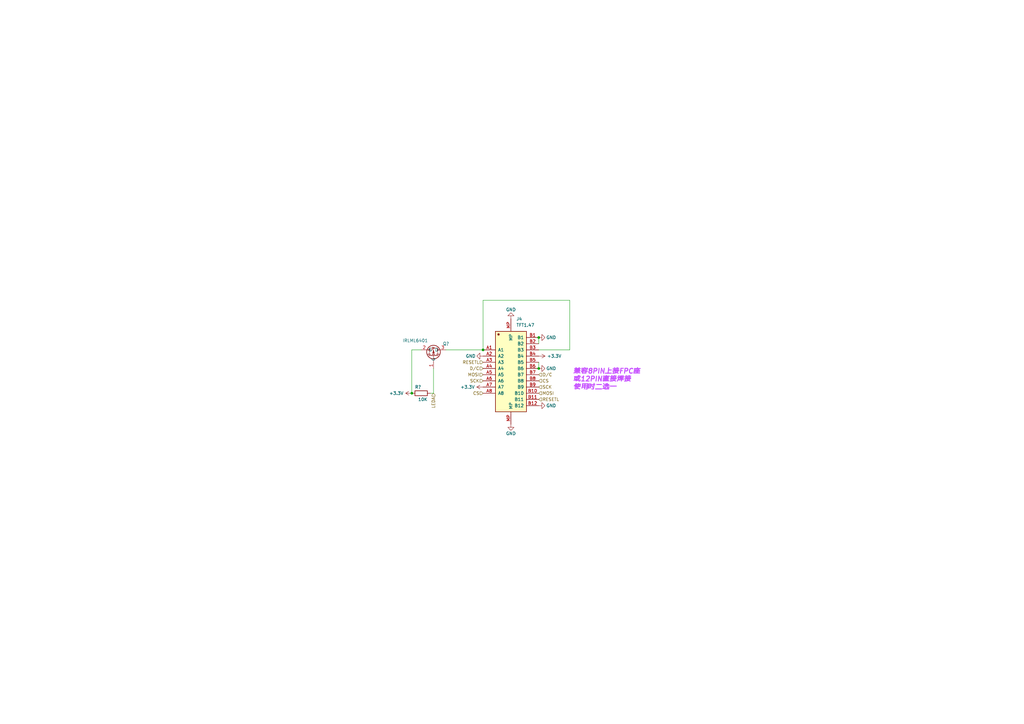
<source format=kicad_sch>
(kicad_sch (version 20230121) (generator eeschema)
  (paper "A3")
  (title_block (title "HPM6E00FULLPORTRevB") (date "2024-09-12") (rev "RevA") (comment 1 "TFTLCD"))
  (lib_symbols
    (symbol "00_HPM_power:GND" (power) (pin_names (offset 0))
      (property "Value" "GND" (at 0 -3.81 0))
      (symbol "GND_0_1"
        (polyline (pts (xy 0 0) (xy 0 -1.27) (xy 1.27 -1.27) (xy 0 -2.54) (xy -1.27 -1.27) (xy 0 -1.27)))
      )
      (symbol "GND_1_1"
        (pin power_in line (at 0 0 270) (length 0) hide (name "GND") (number "1"))
      )
    )
    (symbol "02_HPM_Resistor:10K_0402" (pin_numbers hide) (pin_names (offset 0))
      (property "Reference" "R" (at 0 3.81 0))
      (property "Value" "10K" (at 0 6.35 0))
      (symbol "10K_0402_0_1"
        (rectangle (start 2.54 -1.016) (end -2.54 1.016) (stroke (width 0.254)))
      )
      (symbol "10K_0402_1_1"
        (pin passive line (at -3.81 0 0) (length 1.27) (name "~") (number "1"))
        (pin passive line (at 3.81 0 180) (length 1.27) (name "~") (number "2"))
      )
    )
    (symbol "12_HPM_ Triode:IRLML6401"
      (property "Reference" "Q" (at -2.54 6.35 0))
      (property "Value" "IRLML6401" (at 0 11.43 0))
      (symbol "IRLML6401_0_1"
        (polyline (pts (xy 0.254 0) (xy -2.54 0)))
        (polyline (pts (xy 0.254 1.905) (xy 0.254 -1.905)) (stroke (width 0.254)))
        (polyline (pts (xy 0.762 -1.27) (xy 0.762 -2.286)) (stroke (width 0.254)))
        (polyline (pts (xy 0.762 0.508) (xy 0.762 -0.508)) (stroke (width 0.254)))
        (polyline (pts (xy 0.762 2.286) (xy 0.762 1.27)) (stroke (width 0.254)))
        (polyline (pts (xy 2.54 2.54) (xy 2.54 1.778)))
        (polyline (pts (xy 2.54 -2.54) (xy 2.54 0) (xy 0.762 0)))
        (polyline (pts (xy 0.762 1.778) (xy 3.302 1.778) (xy 3.302 -1.778) (xy 0.762 -1.778)))
        (polyline (pts (xy 2.286 0) (xy 1.27 0.381) (xy 1.27 -0.381) (xy 2.286 0)) (fill (type outline)))
        (polyline (pts (xy 2.794 -0.508) (xy 2.921 -0.381) (xy 3.683 -0.381) (xy 3.81 -0.254)))
        (polyline (pts (xy 3.302 -0.381) (xy 2.921 0.254) (xy 3.683 0.254) (xy 3.302 -0.381)))
        (circle (center 1.651 0) (radius 2.794) (stroke (width 0.254)))
        (circle (center 2.54 -1.778) (radius 0.254) (fill (type outline)))
        (circle (center 2.54 1.778) (radius 0.254) (fill (type outline)))
      )
      (symbol "IRLML6401_1_1"
        (pin input line (at -5.08 0 0) (length 2.54) (name "G") (number "1"))
        (pin passive line (at 2.54 -5.08 90) (length 2.54) (name "S") (number "2"))
        (pin passive line (at 2.54 5.08 270) (length 2.54) (name "D") (number "3"))
      )
    )
    (symbol "99_HPM:TFT1.47" (pin_names (offset 1.016))
      (property "Reference" "J1" (at 6.35 19.05 0))
      (property "Value" "TFT1.47" (at 7.62 24.13 0))
      (symbol "TFT1.47_1_0"
        (rectangle (start -6.35 16.51) (end 6.35 -16.51) (stroke (width 0.254)) (fill (type background)))
      )
      (symbol "TFT1.47_1_1"
        (circle (center -5.08 15.24) (radius 0.381) (stroke (width 0.1524)) (fill (type outline)))
        (pin input line (at -11.43 8.89 0) (length 5.08) (name "A1") (number "A1"))
        (pin input line (at -11.43 6.35 0) (length 5.08) (name "A2") (number "A2"))
        (pin input line (at -11.43 3.81 0) (length 5.08) (name "A3") (number "A3"))
        (pin input line (at -11.43 1.27 0) (length 5.08) (name "A4") (number "A4"))
        (pin input line (at -11.43 -1.27 0) (length 5.08) (name "A5") (number "A5"))
        (pin input line (at -11.43 -3.81 0) (length 5.08) (name "A6") (number "A6"))
        (pin input line (at -11.43 -6.35 0) (length 5.08) (name "A7") (number "A7"))
        (pin input line (at -11.43 -8.89 0) (length 5.08) (name "A8") (number "A8"))
        (pin input line (at 11.43 13.97 180) (length 5.08) (name "B1") (number "B1"))
        (pin input line (at 11.43 -8.89 180) (length 5.08) (name "B10") (number "B10"))
        (pin input line (at 11.43 -11.43 180) (length 5.08) (name "B11") (number "B11"))
        (pin input line (at 11.43 -13.97 180) (length 5.08) (name "B12") (number "B12"))
        (pin input line (at 11.43 11.43 180) (length 5.08) (name "B2") (number "B2"))
        (pin input line (at 11.43 8.89 180) (length 5.08) (name "B3") (number "B3"))
        (pin input line (at 11.43 6.35 180) (length 5.08) (name "B4") (number "B4"))
        (pin input line (at 11.43 3.81 180) (length 5.08) (name "B5") (number "B5"))
        (pin input line (at 11.43 1.27 180) (length 5.08) (name "B6") (number "B6"))
        (pin input line (at 11.43 -1.27 180) (length 5.08) (name "B7") (number "B7"))
        (pin input line (at 11.43 -3.81 180) (length 5.08) (name "B8") (number "B8"))
        (pin input line (at 11.43 -6.35 180) (length 5.08) (name "B9") (number "B9"))
        (pin input line (at 0 -21.59 90) (length 5.08) (name "MP") (number "MP"))
        (pin input line (at 0 21.59 270) (length 5.08) (name "MP") (number "MP"))
      )
    )
    (symbol "power:+3.3V" (power) (pin_names (offset 0))
      (property "Value" "+3.3V" (at 0 3.556 0))
      (symbol "+3.3V_0_1"
        (polyline (pts (xy -0.762 1.27) (xy 0 2.54)))
        (polyline (pts (xy 0 0) (xy 0 2.54)))
        (polyline (pts (xy 0 2.54) (xy 0.762 1.27)))
      )
      (symbol "+3.3V_1_1"
        (pin power_in line (at 0 0 90) (length 0) hide (name "+3.3V") (number "1"))
      )
    )
  )
  (junction (at 198.12 143.51))
  (junction (at 220.98 151.13))
  (junction (at 168.91 161.29))
  (junction (at 220.98 138.43))
  (wire (pts (xy 168.91 161.29) (xy 168.91 143.51)))
  (wire (pts (xy 177.8 161.29) (xy 177.8 151.13)))
  (wire (pts (xy 220.98 138.43) (xy 220.98 140.97)))
  (wire (pts (xy 220.98 143.51) (xy 233.68 143.51)))
  (wire (pts (xy 233.68 123.19) (xy 198.12 123.19)))
  (wire (pts (xy 233.68 143.51) (xy 233.68 123.19)))
  (wire (pts (xy 198.12 143.51) (xy 182.88 143.51)))
  (wire (pts (xy 220.98 148.59) (xy 220.98 151.13)))
  (wire (pts (xy 198.12 123.19) (xy 198.12 143.51)))
  (wire (pts (xy 176.53 161.29) (xy 177.8 161.29)))
  (wire (pts (xy 168.91 143.51) (xy 172.72 143.51)))
  (text "兼容8PIN上接FPC座\n或12PIN直接焊接\n使用时二选一" (at 234.95 160.02 0) (effects (font (size 2 2) (thickness 0.4) bold italic) (justify left bottom)))
  (text "${SHEETNAME}" (at 196.85 114.3 0) (effects (font (size 2.54 2.54) (thickness 0.508) bold) (justify left bottom)))
  (hierarchical_label "RESETL" (shape input) (at 220.98 163.83 0))
  (hierarchical_label "CS" (shape input) (at 220.98 156.21 0))
  (hierarchical_label "CS" (shape input) (at 198.12 161.29 180))
  (hierarchical_label "SCK" (shape input) (at 220.98 158.75 0))
  (hierarchical_label "RESETL" (shape input) (at 198.12 148.59 180))
  (hierarchical_label "LEDA" (shape input) (at 177.8 161.29 270))
  (hierarchical_label "MOSI" (shape input) (at 220.98 161.29 0))
  (hierarchical_label "MOSI" (shape input) (at 198.12 153.67 180))
  (hierarchical_label "D{slash}C" (shape input) (at 198.12 151.13 180))
  (hierarchical_label "SCK" (shape input) (at 198.12 156.21 180))
  (hierarchical_label "D{slash}C" (shape input) (at 220.98 153.67 0))
  (symbol (lib_id "power:+3.3V") (at 168.91 161.29 90) (unit 1)
    (property "Reference" "#PWR?" (effects hide))
    (property "Value" "+3.3V" (at 162.56 161.29 90))
    (instances (project "HPM6E00FULLPORTRevB" (path "" (reference "#PWR?") (unit 1)) (path "" (reference "#PWR?") (unit 1)) (path "" (reference "#PWR0157") (unit 1))))
  )
  (symbol (lib_id "power:+3.3V") (at 220.98 146.05 270) (unit 1)
    (property "Reference" "#PWR?" (effects hide))
    (property "Value" "+3.3V" (at 227.33 146.05 90))
    (instances (project "HPM6E00FULLPORTRevB" (path "" (reference "#PWR?") (unit 1)) (path "" (reference "#PWR?") (unit 1)) (path "" (reference "#PWR0415") (unit 1))))
  )
  (symbol (lib_id "00_HPM_power:GND") (at 220.98 166.37 90) (unit 1)
    (property "Reference" "#PWR?" (effects hide))
    (property "Value" "GND" (at 226.06 166.37 90))
    (instances (project "HPM6E00FULLPORTRevB" (path "" (reference "#PWR?") (unit 1)) (path "" (reference "#PWR?") (unit 1)) (path "" (reference "#PWR?") (unit 1)) (path "" (reference "#PWR0411") (unit 1))))
  )
  (symbol (lib_id "00_HPM_power:GND") (at 209.55 173.99 0) (unit 1)
    (property "Reference" "#PWR?" (effects hide))
    (property "Value" "GND" (at 209.55 177.8 0))
    (instances (project "HPM6E00FULLPORTRevB" (path "" (reference "#PWR?") (unit 1)) (path "" (reference "#PWR?") (unit 1)) (path "" (reference "#PWR?") (unit 1)) (path "" (reference "#PWR0414") (unit 1))))
  )
  (symbol (lib_id "12_HPM_ Triode:IRLML6401") (at 177.8 146.05 270) (mirror x) (unit 1)
    (property "Reference" "Q?" (at 181.61 140.97 90) (effects (justify left)))
    (property "Value" "IRLML6401" (at 165.1 139.7 90) (effects (justify left)))
    (property "Footprint" "06_HPM_SOT:SOT-23" (effects hide))
    (property "Model" " IRLML6401" (effects hide))
    (property "Company" " UMW(友台半导体) " (effects hide))
    (instances (project "EncoderServo" (path "" (reference "Q?") (unit 1))) (project "HPM6E00FULLPORTRevB" (path "" (reference "Q?") (unit 1)) (path "" (reference "Q2") (unit 1))))
  )
  (symbol (lib_id "power:+3.3V") (at 198.12 158.75 90) (unit 1)
    (property "Reference" "#PWR?" (effects hide))
    (property "Value" "+3.3V" (at 191.77 158.75 90))
    (instances (project "HPM6E00FULLPORTRevB" (path "" (reference "#PWR?") (unit 1)) (path "" (reference "#PWR?") (unit 1)) (path "" (reference "#PWR0160") (unit 1))))
  )
  (symbol (lib_id "00_HPM_power:GND") (at 220.98 138.43 90) (unit 1)
    (property "Reference" "#PWR?" (effects hide))
    (property "Value" "GND" (at 226.06 138.43 90))
    (instances (project "HPM6E00FULLPORTRevB" (path "" (reference "#PWR?") (unit 1)) (path "" (reference "#PWR?") (unit 1)) (path "" (reference "#PWR?") (unit 1)) (path "" (reference "#PWR0412") (unit 1))))
  )
  (symbol (lib_id "00_HPM_power:GND") (at 198.12 146.05 270) (unit 1)
    (property "Reference" "#PWR?" (effects hide))
    (property "Value" "GND" (at 193.04 146.05 90))
    (instances (project "HPM6E00FULLPORTRevB" (path "" (reference "#PWR?") (unit 1)) (path "" (reference "#PWR?") (unit 1)) (path "" (reference "#PWR?") (unit 1)) (path "" (reference "#PWR0409") (unit 1))))
  )
  (symbol (lib_id "00_HPM_power:GND") (at 209.55 130.81 180) (unit 1)
    (property "Reference" "#PWR?" (effects hide))
    (property "Value" "GND" (at 209.55 127 0))
    (instances (project "HPM6E00FULLPORTRevB" (path "" (reference "#PWR?") (unit 1)) (path "" (reference "#PWR?") (unit 1)) (path "" (reference "#PWR?") (unit 1)) (path "" (reference "#PWR0413") (unit 1))))
  )
  (symbol (lib_id "99_HPM:TFT1.47") (at 209.55 152.4 0) (unit 1)
    (property "Reference" "J4" (at 211.7441 130.81 0) (effects (justify left)))
    (property "Value" "TFT1.47" (at 211.7441 133.35 0) (effects (justify left)))
    (property "Footprint" "99_HPM:TFT1.47" (effects hide))
  )
  (symbol (lib_id "02_HPM_Resistor:10K_0402") (at 172.72 161.29 180) (unit 1)
    (property "Reference" "R?" (at 170.18 158.75 0) (effects (justify right)))
    (property "Value" "10K" (at 171.45 163.83 0) (effects (justify right)))
    (property "Footprint" "02_HPM_Resistor:R_0402_1005Metric" (effects hide))
    (property "Model" "0402WGF1002TCE" (effects hide))
    (property "Company" "UNI-ROYAL(厚声)" (effects hide))
    (instances (project "EncoderServo" (path "" (reference "R?") (unit 1))) (project "HPM6E00FULLPORTRevB" (path "" (reference "R?") (unit 1)) (path "" (reference "R102") (unit 1))))
  )
  (symbol (lib_id "00_HPM_power:GND") (at 220.98 151.13 90) (unit 1)
    (property "Reference" "#PWR?" (effects hide))
    (property "Value" "GND" (at 226.06 151.13 90))
    (instances (project "HPM6E00FULLPORTRevB" (path "" (reference "#PWR?") (unit 1)) (path "" (reference "#PWR?") (unit 1)) (path "" (reference "#PWR?") (unit 1)) (path "" (reference "#PWR0416") (unit 1))))
  )
)
</source>
